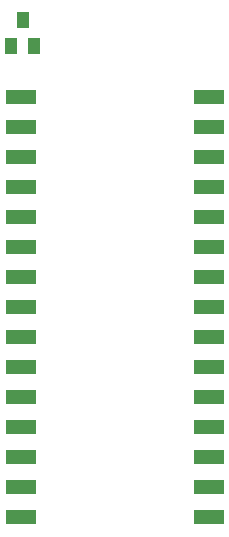
<source format=gbr>
G04 EAGLE Gerber RS-274X export*
G75*
%MOMM*%
%FSLAX34Y34*%
%LPD*%
%INSolderpaste Top*%
%IPPOS*%
%AMOC8*
5,1,8,0,0,1.08239X$1,22.5*%
G01*
%ADD10R,1.000000X1.400000*%
%ADD11R,2.511800X1.301800*%


D10*
X63900Y764800D03*
X73400Y742800D03*
X54400Y742800D03*
D11*
X62900Y700400D03*
X62900Y675000D03*
X62900Y649600D03*
X62900Y624200D03*
X62900Y598800D03*
X62900Y573400D03*
X62900Y548000D03*
X62900Y522600D03*
X62900Y497200D03*
X62900Y471800D03*
X62900Y446400D03*
X62900Y421000D03*
X62900Y395600D03*
X62900Y370200D03*
X62900Y344800D03*
X221900Y344800D03*
X221900Y370200D03*
X221900Y395600D03*
X221900Y421000D03*
X221900Y446400D03*
X221900Y471800D03*
X221900Y497200D03*
X221900Y522600D03*
X221900Y548000D03*
X221900Y573400D03*
X221900Y598800D03*
X221900Y624200D03*
X221900Y649600D03*
X221900Y675000D03*
X221900Y700400D03*
M02*

</source>
